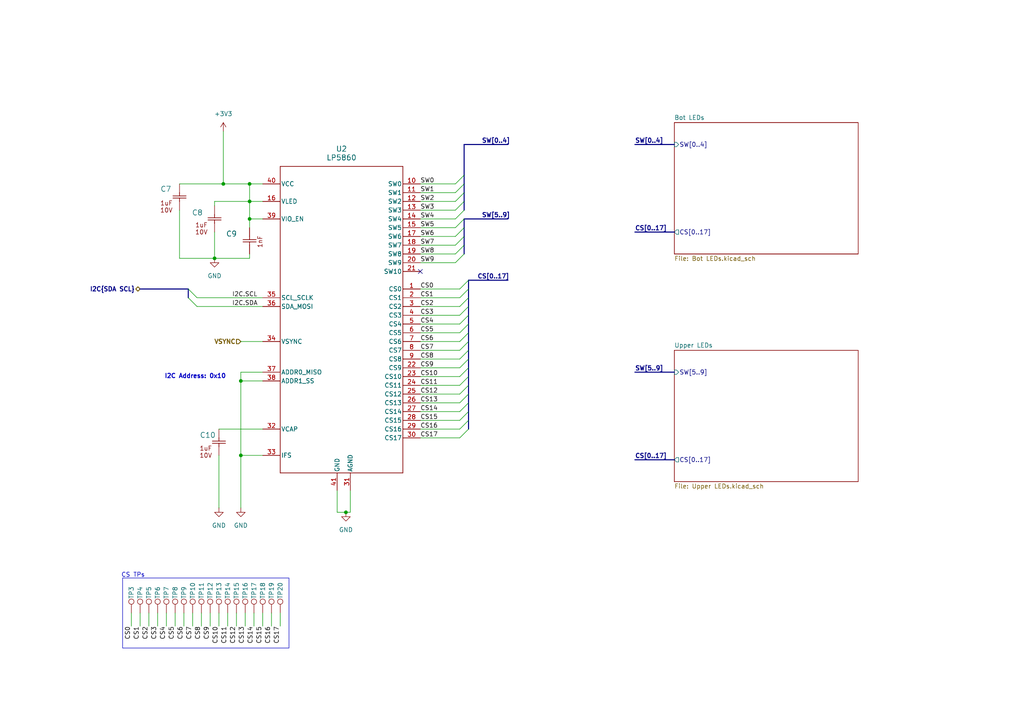
<source format=kicad_sch>
(kicad_sch (version 20250114) (generator "eeschema") (generator_version "9.0")
  (paper "A4")
  (lib_symbols
    (symbol "Connector:TestPoint" (pin_numbers (hide yes)) (pin_names (offset 0.762) (hide yes))
      (property "Reference" "TP" (at 0 6.858 0))
      (property "Value" "TestPoint" (at 0 5.08 0))
      (symbol "TestPoint_0_1"
        (circle (center 0 3.302) (radius 0.762))
      )
      (symbol "TestPoint_1_1"
        (pin passive line (at 0 0 90) (length 2.54) (name "1") (number "1"))
      )
    )
    (symbol "Hourglass_symbol_library:GRM155Z71A105KE01D" (pin_numbers (hide yes)) (pin_names (offset 0.254))
      (property "Reference" "C" (at 0 3.81 0))
      (property "Value" "GRM155Z71A105KE01D" (at 0 -6.35 0))
      (symbol "GRM155Z71A105KE01D_1_1"
        (polyline (pts (xy -1.27 0) (xy -0.3302 0)) (stroke (width 0.2032)))
        (polyline (pts (xy -0.3302 -1.905) (xy -0.3302 1.905)) (stroke (width 0.2032)))
        (polyline (pts (xy 0.3048 0) (xy 1.27 0)) (stroke (width 0.2032)))
        (polyline (pts (xy 0.3048 -1.905) (xy 0.3048 1.905)) (stroke (width 0.2032)))
        (text "1uF\n10V\n" (at 2.794 -3.81 900) (effects (font (size 1.27 1.27))))
        (pin passive line (at -3.81 0 0) (length 2.54) (name "") (number "1"))
        (pin passive line (at 3.81 0 180) (length 2.54) (name "") (number "2"))
      )
      (symbol "GRM155Z71A105KE01D_1_2"
        (polyline (pts (xy -1.905 -3.4798) (xy 1.905 -3.4798)) (stroke (width 0.2032)))
        (polyline (pts (xy -1.905 -4.1148) (xy 1.905 -4.1148)) (stroke (width 0.2032)))
        (polyline (pts (xy 0 -2.54) (xy 0 -3.4798)) (stroke (width 0.2032)))
        (polyline (pts (xy 0 -4.1148) (xy 0 -5.08)) (stroke (width 0.2032)))
        (pin unspecified line (at 0 0 270) (length 2.54) (name "") (number "1"))
        (pin unspecified line (at 0 -7.62 90) (length 2.54) (name "") (number "2"))
      )
    )
    (symbol "Hourglass_symbol_library:LP5860" (pin_names (offset 0.254))
      (property "Reference" "U" (at -16.764 44.704 0))
      (property "Value" "LP5860" (at -8.89 -47.498 0))
      (symbol "LP5860_0_1"
        (polyline (pts (xy -17.78 43.18) (xy -17.78 -45.72)) (stroke (width 0.2032)))
        (polyline (pts (xy -17.78 -45.72) (xy 17.78 -45.72)) (stroke (width 0.2032)))
        (polyline (pts (xy 17.78 43.18) (xy -17.78 43.18)) (stroke (width 0.2032)))
        (polyline (pts (xy 17.78 -45.72) (xy 17.78 43.18)) (stroke (width 0.2032)))
        (pin power_in line (at -22.86 38.1 0) (length 5.08) (name "VCC") (number "40"))
        (pin power_in line (at -22.86 27.94 0) (length 5.08) (name "VIO_EN") (number "39"))
        (pin input line (at -22.86 5.08 0) (length 5.08) (name "SCL_SCLK") (number "35"))
        (pin bidirectional line (at -22.86 2.54 0) (length 5.08) (name "SDA_MOSI") (number "36"))
        (pin input line (at -22.86 -7.62 0) (length 5.08) (name "VSYNC") (number "34"))
        (pin input line (at -22.86 -19.05 0) (length 5.08) (name "ADDR1_SS") (number "38"))
        (pin input line (at -22.86 -40.64 0) (length 5.08) (name "IFS") (number "33"))
        (pin power_in line (at -1.27 -50.8 90) (length 5.08) (name "GND") (number "41"))
        (pin power_in line (at 2.54 -50.8 90) (length 5.08) (name "AGND") (number "31"))
      )
      (symbol "LP5860_1_1"
        (pin power_in line (at -22.86 33.02 0) (length 5.08) (name "VLED") (number "16"))
        (pin input line (at -22.86 -16.51 0) (length 5.08) (name "ADDR0_MISO") (number "37"))
        (pin power_out line (at -22.86 -33.02 0) (length 5.08) (name "VCAP") (number "32"))
        (pin power_out line (at 22.86 38.1 180) (length 5.08) (name "SW0") (number "10"))
        (pin power_out line (at 22.86 35.56 180) (length 5.08) (name "SW1") (number "11"))
        (pin power_out line (at 22.86 33.02 180) (length 5.08) (name "SW2") (number "12"))
        (pin power_out line (at 22.86 30.48 180) (length 5.08) (name "SW3") (number "13"))
        (pin power_out line (at 22.86 27.94 180) (length 5.08) (name "SW4") (number "14"))
        (pin power_out line (at 22.86 25.4 180) (length 5.08) (name "SW5") (number "15"))
        (pin power_out line (at 22.86 22.86 180) (length 5.08) (name "SW6") (number "17"))
        (pin power_out line (at 22.86 20.32 180) (length 5.08) (name "SW7") (number "18"))
        (pin power_out line (at 22.86 17.78 180) (length 5.08) (name "SW8") (number "19"))
        (pin power_out line (at 22.86 15.24 180) (length 5.08) (name "SW9") (number "20"))
        (pin power_out line (at 22.86 12.7 180) (length 5.08) (name "SW10") (number "21"))
        (pin power_out line (at 22.86 7.62 180) (length 5.08) (name "CS0") (number "1"))
        (pin power_out line (at 22.86 5.08 180) (length 5.08) (name "CS1") (number "2"))
        (pin power_out line (at 22.86 2.54 180) (length 5.08) (name "CS2") (number "3"))
        (pin power_out line (at 22.86 0 180) (length 5.08) (name "CS3") (number "4"))
        (pin power_out line (at 22.86 -2.54 180) (length 5.08) (name "CS4") (number "5"))
        (pin power_out line (at 22.86 -5.08 180) (length 5.08) (name "CS5") (number "6"))
        (pin power_out line (at 22.86 -7.62 180) (length 5.08) (name "CS6") (number "7"))
        (pin power_out line (at 22.86 -10.16 180) (length 5.08) (name "CS7") (number "8"))
        (pin power_out line (at 22.86 -12.7 180) (length 5.08) (name "CS8") (number "9"))
        (pin power_out line (at 22.86 -15.24 180) (length 5.08) (name "CS9") (number "22"))
        (pin power_out line (at 22.86 -17.78 180) (length 5.08) (name "CS10") (number "23"))
        (pin power_out line (at 22.86 -20.32 180) (length 5.08) (name "CS11") (number "24"))
        (pin power_out line (at 22.86 -22.86 180) (length 5.08) (name "CS12") (number "25"))
        (pin power_out line (at 22.86 -25.4 180) (length 5.08) (name "CS13") (number "26"))
        (pin power_out line (at 22.86 -27.94 180) (length 5.08) (name "CS14") (number "27"))
        (pin power_out line (at 22.86 -30.48 180) (length 5.08) (name "CS15") (number "28"))
        (pin power_out line (at 22.86 -33.02 180) (length 5.08) (name "CS16") (number "29"))
        (pin power_out line (at 22.86 -35.56 180) (length 5.08) (name "CS17") (number "30"))
      )
    )
    (symbol "Hourglass_symbol_library:SH05B102K251DC" (pin_numbers (hide yes)) (pin_names (offset 0.254))
      (property "Reference" "C" (at 0 5.334 0))
      (property "Value" "SH05B102K251DC" (at 0.254 -3.556 0))
      (symbol "SH05B102K251DC_1_1"
        (polyline (pts (xy -1.27 0) (xy -0.3302 0)) (stroke (width 0.2032)))
        (polyline (pts (xy -0.3302 -1.905) (xy -0.3302 1.905)) (stroke (width 0.2032)))
        (polyline (pts (xy 0.3048 0) (xy 1.27 0)) (stroke (width 0.2032)))
        (polyline (pts (xy 0.3048 -1.905) (xy 0.3048 1.905)) (stroke (width 0.2032)))
        (text "1nF\n" (at 0.254 3.048 0) (effects (font (size 1.27 1.27))))
        (pin passive line (at -3.81 0 0) (length 2.54) (name "") (number "1"))
        (pin passive line (at 3.81 0 180) (length 2.54) (name "") (number "2"))
      )
      (symbol "SH05B102K251DC_1_2"
        (polyline (pts (xy -1.905 -3.4798) (xy 1.905 -3.4798)) (stroke (width 0.2032)))
        (polyline (pts (xy -1.905 -4.1148) (xy 1.905 -4.1148)) (stroke (width 0.2032)))
        (polyline (pts (xy 0 -2.54) (xy 0 -3.4798)) (stroke (width 0.2032)))
        (polyline (pts (xy 0 -4.1148) (xy 0 -5.08)) (stroke (width 0.2032)))
        (pin unspecified line (at 0 0 270) (length 2.54) (name "") (number "1"))
        (pin unspecified line (at 0 -7.62 90) (length 2.54) (name "") (number "2"))
      )
    )
    (symbol "power:+3V3" (power) (pin_numbers (hide yes)) (pin_names (offset 0) (hide yes))
      (property "Value" "+3V3" (at 0 3.556 0))
      (symbol "+3V3_0_1"
        (polyline (pts (xy -0.762 1.27) (xy 0 2.54)))
        (polyline (pts (xy 0 2.54) (xy 0.762 1.27)))
        (polyline (pts (xy 0 0) (xy 0 2.54)))
      )
      (symbol "+3V3_1_1"
        (pin power_in line (at 0 0 90) (length 0) (name "~") (number "1"))
      )
    )
    (symbol "power:GND" (power) (pin_numbers (hide yes)) (pin_names (offset 0) (hide yes))
      (property "Value" "GND" (at 0 -3.81 0))
      (symbol "GND_0_1"
        (polyline (pts (xy 0 0) (xy 0 -1.27) (xy 1.27 -1.27) (xy 0 -2.54) (xy -1.27 -1.27) (xy 0 -1.27)))
      )
      (symbol "GND_1_1"
        (pin power_in line (at 0 0 270) (length 0) (name "~") (number "1"))
      )
    )
  )
  (rectangle (start 35.56 167.64) (end 83.82 187.96))
  (text "CS TPs\n" (exclude_from_sim yes) (at 38.608 166.878 0) (effects (font (size 1.27 1.27))))
  (text "I2C Address: 0x10" (at 56.642 109.22 0) (effects (font (size 1.27 1.27) (thickness 0.254) (bold yes))))
  (junction (at 64.77 53.34))
  (junction (at 72.39 58.42))
  (junction (at 62.23 74.93))
  (junction (at 100.33 148.59))
  (junction (at 72.39 53.34))
  (junction (at 69.85 132.08))
  (junction (at 72.39 63.5))
  (junction (at 69.85 110.49))
  (no_connect (at 121.92 78.74))
  (bus_entry (at 134.62 50.8) (size -2.54 2.54))
  (bus_entry (at 134.62 63.5) (size -2.54 2.54))
  (bus_entry (at 135.89 104.14) (size -2.54 2.54))
  (bus_entry (at 134.62 60.96) (size -2.54 2.54))
  (bus_entry (at 135.89 101.6) (size -2.54 2.54))
  (bus_entry (at 54.61 86.36) (size 2.54 2.54))
  (bus_entry (at 135.89 106.68) (size -2.54 2.54))
  (bus_entry (at 135.89 109.22) (size -2.54 2.54))
  (bus_entry (at 135.89 99.06) (size -2.54 2.54))
  (bus_entry (at 135.89 121.92) (size -2.54 2.54))
  (bus_entry (at 135.89 111.76) (size -2.54 2.54))
  (bus_entry (at 135.89 119.38) (size -2.54 2.54))
  (bus_entry (at 134.62 71.12) (size -2.54 2.54))
  (bus_entry (at 135.89 83.82) (size -2.54 2.54))
  (bus_entry (at 135.89 96.52) (size -2.54 2.54))
  (bus_entry (at 135.89 116.84) (size -2.54 2.54))
  (bus_entry (at 134.62 55.88) (size -2.54 2.54))
  (bus_entry (at 134.62 58.42) (size -2.54 2.54))
  (bus_entry (at 134.62 68.58) (size -2.54 2.54))
  (bus_entry (at 134.62 53.34) (size -2.54 2.54))
  (bus_entry (at 135.89 91.44) (size -2.54 2.54))
  (bus_entry (at 54.61 83.82) (size 2.54 2.54))
  (bus_entry (at 135.89 124.46) (size -2.54 2.54))
  (bus_entry (at 135.89 114.3) (size -2.54 2.54))
  (bus_entry (at 134.62 66.04) (size -2.54 2.54))
  (bus_entry (at 135.89 93.98) (size -2.54 2.54))
  (bus_entry (at 135.89 86.36) (size -2.54 2.54))
  (bus_entry (at 135.89 81.28) (size -2.54 2.54))
  (bus_entry (at 135.89 88.9) (size -2.54 2.54))
  (bus_entry (at 134.62 73.66) (size -2.54 2.54))
  (bus (pts (xy 135.89 83.82) (xy 135.89 86.36)))
  (bus (pts (xy 135.89 91.44) (xy 135.89 93.98)))
  (bus (pts (xy 184.15 41.91) (xy 195.58 41.91)))
  (wire (pts (xy 121.92 124.46) (xy 133.35 124.46)))
  (bus (pts (xy 135.89 86.36) (xy 135.89 88.9)))
  (wire (pts (xy 121.92 88.9) (xy 133.35 88.9)))
  (wire (pts (xy 121.92 63.5) (xy 132.08 63.5)))
  (wire (pts (xy 97.79 148.59) (xy 100.33 148.59)))
  (wire (pts (xy 121.92 99.06) (xy 133.35 99.06)))
  (wire (pts (xy 121.92 109.22) (xy 133.35 109.22)))
  (bus (pts (xy 135.89 114.3) (xy 135.89 116.84)))
  (wire (pts (xy 62.23 58.42) (xy 72.39 58.42)))
  (wire (pts (xy 76.2 110.49) (xy 69.85 110.49)))
  (wire (pts (xy 76.2 107.95) (xy 69.85 107.95)))
  (wire (pts (xy 121.92 119.38) (xy 133.35 119.38)))
  (wire (pts (xy 62.23 67.31) (xy 62.23 74.93)))
  (wire (pts (xy 71.12 177.8) (xy 71.12 181.61)))
  (wire (pts (xy 78.74 177.8) (xy 78.74 181.61)))
  (wire (pts (xy 121.92 96.52) (xy 133.35 96.52)))
  (bus (pts (xy 135.89 101.6) (xy 135.89 104.14)))
  (wire (pts (xy 72.39 58.42) (xy 76.2 58.42)))
  (wire (pts (xy 69.85 99.06) (xy 76.2 99.06)))
  (wire (pts (xy 76.2 177.8) (xy 76.2 181.61)))
  (wire (pts (xy 57.15 86.36) (xy 76.2 86.36)))
  (wire (pts (xy 72.39 73.66) (xy 72.39 74.93)))
  (bus (pts (xy 134.62 41.91) (xy 147.32 41.91)))
  (wire (pts (xy 64.77 53.34) (xy 72.39 53.34)))
  (wire (pts (xy 55.88 177.8) (xy 55.88 181.61)))
  (wire (pts (xy 73.66 177.8) (xy 73.66 181.61)))
  (wire (pts (xy 121.92 121.92) (xy 133.35 121.92)))
  (wire (pts (xy 72.39 63.5) (xy 72.39 58.42)))
  (wire (pts (xy 57.15 88.9) (xy 76.2 88.9)))
  (wire (pts (xy 52.07 60.96) (xy 52.07 74.93)))
  (wire (pts (xy 69.85 110.49) (xy 69.85 132.08)))
  (bus (pts (xy 135.89 109.22) (xy 135.89 111.76)))
  (wire (pts (xy 50.8 177.8) (xy 50.8 181.61)))
  (wire (pts (xy 63.5 177.8) (xy 63.5 181.61)))
  (bus (pts (xy 184.15 133.35) (xy 195.58 133.35)))
  (bus (pts (xy 134.62 50.8) (xy 134.62 41.91)))
  (wire (pts (xy 62.23 58.42) (xy 62.23 59.69)))
  (wire (pts (xy 121.92 127) (xy 133.35 127)))
  (bus (pts (xy 184.15 107.95) (xy 195.58 107.95)))
  (wire (pts (xy 121.92 73.66) (xy 132.08 73.66)))
  (bus (pts (xy 135.89 88.9) (xy 135.89 91.44)))
  (wire (pts (xy 52.07 53.34) (xy 64.77 53.34)))
  (wire (pts (xy 66.04 177.8) (xy 66.04 181.61)))
  (wire (pts (xy 76.2 132.08) (xy 69.85 132.08)))
  (bus (pts (xy 135.89 106.68) (xy 135.89 109.22)))
  (bus (pts (xy 134.62 66.04) (xy 134.62 68.58)))
  (wire (pts (xy 64.77 38.1) (xy 64.77 53.34)))
  (wire (pts (xy 132.08 66.04) (xy 121.92 66.04)))
  (wire (pts (xy 121.92 71.12) (xy 132.08 71.12)))
  (wire (pts (xy 121.92 58.42) (xy 132.08 58.42)))
  (wire (pts (xy 58.42 177.8) (xy 58.42 181.61)))
  (bus (pts (xy 134.62 68.58) (xy 134.62 71.12)))
  (wire (pts (xy 101.6 142.24) (xy 101.6 148.59)))
  (wire (pts (xy 132.08 68.58) (xy 121.92 68.58)))
  (wire (pts (xy 72.39 63.5) (xy 72.39 66.04)))
  (bus (pts (xy 134.62 53.34) (xy 134.62 50.8)))
  (wire (pts (xy 45.72 177.8) (xy 45.72 181.61)))
  (wire (pts (xy 101.6 148.59) (xy 100.33 148.59)))
  (wire (pts (xy 121.92 53.34) (xy 132.08 53.34)))
  (wire (pts (xy 53.34 177.8) (xy 53.34 181.61)))
  (bus (pts (xy 135.89 96.52) (xy 135.89 99.06)))
  (wire (pts (xy 72.39 53.34) (xy 72.39 58.42)))
  (wire (pts (xy 121.92 106.68) (xy 133.35 106.68)))
  (wire (pts (xy 72.39 53.34) (xy 76.2 53.34)))
  (bus (pts (xy 134.62 71.12) (xy 134.62 73.66)))
  (wire (pts (xy 121.92 60.96) (xy 132.08 60.96)))
  (bus (pts (xy 134.62 63.5) (xy 134.62 66.04)))
  (wire (pts (xy 69.85 132.08) (xy 69.85 147.32)))
  (bus (pts (xy 134.62 60.96) (xy 134.62 58.42)))
  (wire (pts (xy 63.5 132.08) (xy 63.5 147.32)))
  (bus (pts (xy 135.89 81.28) (xy 135.89 83.82)))
  (bus (pts (xy 184.15 67.31) (xy 195.58 67.31)))
  (bus (pts (xy 134.62 58.42) (xy 134.62 55.88)))
  (wire (pts (xy 121.92 104.14) (xy 133.35 104.14)))
  (wire (pts (xy 121.92 116.84) (xy 133.35 116.84)))
  (wire (pts (xy 38.1 177.8) (xy 38.1 181.61)))
  (wire (pts (xy 121.92 101.6) (xy 133.35 101.6)))
  (bus (pts (xy 135.89 116.84) (xy 135.89 119.38)))
  (wire (pts (xy 121.92 114.3) (xy 133.35 114.3)))
  (wire (pts (xy 81.28 177.8) (xy 81.28 181.61)))
  (wire (pts (xy 121.92 91.44) (xy 133.35 91.44)))
  (wire (pts (xy 40.64 177.8) (xy 40.64 181.61)))
  (wire (pts (xy 132.08 55.88) (xy 121.92 55.88)))
  (wire (pts (xy 121.92 93.98) (xy 133.35 93.98)))
  (wire (pts (xy 60.96 177.8) (xy 60.96 181.61)))
  (bus (pts (xy 40.64 83.82) (xy 54.61 83.82)))
  (bus (pts (xy 134.62 63.5) (xy 147.32 63.5)))
  (wire (pts (xy 121.92 76.2) (xy 132.08 76.2)))
  (bus (pts (xy 135.89 121.92) (xy 135.89 124.46)))
  (bus (pts (xy 135.89 104.14) (xy 135.89 106.68)))
  (wire (pts (xy 72.39 63.5) (xy 76.2 63.5)))
  (bus (pts (xy 135.89 111.76) (xy 135.89 114.3)))
  (bus (pts (xy 135.89 99.06) (xy 135.89 101.6)))
  (wire (pts (xy 48.26 177.8) (xy 48.26 181.61)))
  (wire (pts (xy 68.58 177.8) (xy 68.58 181.61)))
  (bus (pts (xy 135.89 81.28) (xy 147.32 81.28)))
  (wire (pts (xy 121.92 111.76) (xy 133.35 111.76)))
  (wire (pts (xy 52.07 74.93) (xy 62.23 74.93)))
  (wire (pts (xy 72.39 74.93) (xy 62.23 74.93)))
  (bus (pts (xy 134.62 55.88) (xy 134.62 53.34)))
  (bus (pts (xy 54.61 83.82) (xy 54.61 86.36)))
  (wire (pts (xy 69.85 107.95) (xy 69.85 110.49)))
  (wire (pts (xy 43.18 177.8) (xy 43.18 181.61)))
  (wire (pts (xy 121.92 86.36) (xy 133.35 86.36)))
  (bus (pts (xy 135.89 119.38) (xy 135.89 121.92)))
  (wire (pts (xy 97.79 142.24) (xy 97.79 148.59)))
  (wire (pts (xy 63.5 124.46) (xy 76.2 124.46)))
  (wire (pts (xy 121.92 83.82) (xy 133.35 83.82)))
  (bus (pts (xy 135.89 93.98) (xy 135.89 96.52)))
  (label "CS14" (at 73.66 181.61 270))
  (label "CS4" (at 48.26 181.61 270))
  (label "CS10" (at 63.5 181.61 270))
  (label "CS16" (at 121.92 124.46 0))
  (label "CS6" (at 121.92 99.06 0))
  (label "CS[0..17]" (at 184.15 133.35 0) (effects (font (thickness 0.254) (bold yes))))
  (label "SW[0..4]" (at 184.15 41.91 0) (effects (font (thickness 0.254) (bold yes))))
  (label "CS2" (at 43.18 181.61 270))
  (label "SW2" (at 121.92 58.42 0))
  (label "SW4" (at 121.92 63.5 0))
  (label "CS9" (at 60.96 181.61 270))
  (label "SW[5..9]" (at 139.7 63.5 0) (effects (font (thickness 0.254) (bold yes))))
  (label "SW3" (at 121.92 60.96 0))
  (label "CS5" (at 121.92 96.52 0))
  (label "SW5" (at 121.92 66.04 0))
  (label "CS10" (at 121.92 109.22 0))
  (label "CS11" (at 121.92 111.76 0))
  (label "CS16" (at 78.74 181.61 270))
  (label "SW9" (at 121.92 76.2 0))
  (label "CS0" (at 121.92 83.82 0))
  (label "SW8" (at 121.92 73.66 0))
  (label "I2C.SDA" (at 67.31 88.9 0))
  (label "CS11" (at 66.04 181.61 270))
  (label "CS9" (at 121.92 106.68 0))
  (label "SW6" (at 121.92 68.58 0))
  (label "CS17" (at 121.92 127 0))
  (label "CS15" (at 121.92 121.92 0))
  (label "SW0" (at 121.92 53.34 0))
  (label "CS[0..17]" (at 138.43 81.28 0) (effects (font (thickness 0.254) (bold yes))))
  (label "CS13" (at 71.12 181.61 270))
  (label "CS2" (at 121.92 88.9 0))
  (label "CS12" (at 68.58 181.61 270))
  (label "CS3" (at 45.72 181.61 270))
  (label "SW[0..4]" (at 139.7 41.91 0) (effects (font (thickness 0.254) (bold yes))))
  (label "CS8" (at 121.92 104.14 0))
  (label "SW[5..9]" (at 184.15 107.95 0) (effects (font (thickness 0.254) (bold yes))))
  (label "CS3" (at 121.92 91.44 0))
  (label "CS5" (at 50.8 181.61 270))
  (label "CS4" (at 121.92 93.98 0))
  (label "CS7" (at 121.92 101.6 0))
  (label "CS15" (at 76.2 181.61 270))
  (label "CS[0..17]" (at 184.15 67.31 0) (effects (font (thickness 0.254) (bold yes))))
  (label "CS13" (at 121.92 116.84 0))
  (label "CS8" (at 58.42 181.61 270))
  (label "SW1" (at 121.92 55.88 0))
  (label "CS1" (at 40.64 181.61 270))
  (label "SW7" (at 121.92 71.12 0))
  (label "I2C.SCL" (at 67.31 86.36 0))
  (label "CS14" (at 121.92 119.38 0))
  (label "CS0" (at 38.1 181.61 270))
  (label "CS6" (at 53.34 181.61 270))
  (label "CS17" (at 81.28 181.61 270))
  (label "CS12" (at 121.92 114.3 0))
  (label "CS7" (at 55.88 181.61 270))
  (label "CS1" (at 121.92 86.36 0))
  (hierarchical_label "VSYNC" (shape input) (at 69.85 99.06 180) (effects (font (thickness 0.254) (bold yes))))
  (hierarchical_label "I2C{SDA SCL}" (shape bidirectional) (at 40.64 83.82 180) (effects (font (thickness 0.254) (bold yes))))
  (symbol (lib_id "Hourglass_symbol_library:SH05B102K251DC") (at 72.39 69.85 270) (unit 1)
    (property "Reference" "C9" (at 65.532 67.8179 90) (effects (font (size 1.524 1.524)) (justify left)))
    (property "Value" "SH05B102K251DC" (effects (hide yes)))
    (property "Footprint" "Hourglass_footprint_library:CAP_CL21_SAM" (effects (hide yes)))
    (property "Datasheet" "https://mm.digikey.com/Volume0/opasdata/d220001/medias/docus/6474/3372_SH05B102K251DC.pdf" (effects (hide yes)))
    (property "Description" "Cap. SMD,0805,X7R,1nF,10%,250V" (effects (hide yes)))
  )
  (symbol (lib_id "Connector:TestPoint") (at 76.2 177.8 0) (unit 1)
    (property "Reference" "TP18" (at 76.2 173.7359 90) (effects (justify left)))
    (property "Value" "TestPoint" (effects (hide yes)))
    (property "Footprint" "TestPoint:TestPoint_Pad_D1.0mm" (effects (hide yes)))
    (property "Description" "test point" (effects (hide yes)))
  )
  (symbol (lib_id "Connector:TestPoint") (at 48.26 177.8 0) (unit 1)
    (property "Reference" "TP7" (at 48.26 173.7359 90) (effects (justify left)))
    (property "Value" "TestPoint" (effects (hide yes)))
    (property "Footprint" "TestPoint:TestPoint_Pad_D1.0mm" (effects (hide yes)))
    (property "Description" "test point" (effects (hide yes)))
  )
  (symbol (lib_id "power:GND") (at 100.33 148.59 0) (unit 1)
    (property "Reference" "#PWR15" (effects (hide yes)))
    (property "Value" "GND" (at 100.33 153.67 0))
    (property "Description" "Power symbol creates a global label with name \"GND\" , ground" (effects (hide yes)))
  )
  (symbol (lib_id "Connector:TestPoint") (at 45.72 177.8 0) (unit 1)
    (property "Reference" "TP6" (at 45.72 173.7359 90) (effects (justify left)))
    (property "Value" "TestPoint" (effects (hide yes)))
    (property "Footprint" "TestPoint:TestPoint_Pad_D1.0mm" (effects (hide yes)))
    (property "Description" "test point" (effects (hide yes)))
  )
  (symbol (lib_id "Connector:TestPoint") (at 55.88 177.8 0) (unit 1)
    (property "Reference" "TP10" (at 55.88 173.7359 90) (effects (justify left)))
    (property "Value" "TestPoint" (effects (hide yes)))
    (property "Footprint" "TestPoint:TestPoint_Pad_D1.0mm" (effects (hide yes)))
    (property "Description" "test point" (effects (hide yes)))
  )
  (symbol (lib_id "Connector:TestPoint") (at 58.42 177.8 0) (unit 1)
    (property "Reference" "TP11" (at 58.42 173.7359 90) (effects (justify left)))
    (property "Value" "TestPoint" (effects (hide yes)))
    (property "Footprint" "TestPoint:TestPoint_Pad_D1.0mm" (effects (hide yes)))
    (property "Description" "test point" (effects (hide yes)))
  )
  (symbol (lib_id "Hourglass_symbol_library:LP5860") (at 99.06 91.44 0) (unit 1)
    (property "Reference" "U2" (at 99.06 43.18 0) (effects (font (size 1.524 1.524))))
    (property "Value" "LP5860" (at 99.06 45.72 0) (effects (font (size 1.524 1.524))))
    (property "Footprint" "Hourglass_footprint_library:LP5860" (effects (hide yes)))
    (property "Datasheet" "https://www.ti.com/product/LP5860" (effects (hide yes)))
    (property "Description" "LP5860 11 × 18 LED Matrix Driver With 8-bit Analog and 8-/16-Bit PWM Dimming" (effects (hide yes)))
  )
  (symbol (lib_id "power:GND") (at 63.5 147.32 0) (unit 1)
    (property "Reference" "#PWR13" (effects (hide yes)))
    (property "Value" "GND" (at 63.5 152.4 0))
    (property "Description" "Power symbol creates a global label with name \"GND\" , ground" (effects (hide yes)))
  )
  (symbol (lib_id "Connector:TestPoint") (at 73.66 177.8 0) (unit 1)
    (property "Reference" "TP17" (at 73.66 173.7359 90) (effects (justify left)))
    (property "Value" "TestPoint" (effects (hide yes)))
    (property "Footprint" "TestPoint:TestPoint_Pad_D1.0mm" (effects (hide yes)))
    (property "Description" "test point" (effects (hide yes)))
  )
  (symbol (lib_id "Connector:TestPoint") (at 81.28 177.8 0) (unit 1)
    (property "Reference" "TP20" (at 81.28 173.7359 90) (effects (justify left)))
    (property "Value" "TestPoint" (effects (hide yes)))
    (property "Footprint" "TestPoint:TestPoint_Pad_D1.0mm" (effects (hide yes)))
    (property "Description" "test point" (effects (hide yes)))
  )
  (symbol (lib_id "Connector:TestPoint") (at 68.58 177.8 0) (unit 1)
    (property "Reference" "TP15" (at 68.58 173.7359 90) (effects (justify left)))
    (property "Value" "TestPoint" (effects (hide yes)))
    (property "Footprint" "TestPoint:TestPoint_Pad_D1.0mm" (effects (hide yes)))
    (property "Description" "test point" (effects (hide yes)))
  )
  (symbol (lib_id "Hourglass_symbol_library:GRM155Z71A105KE01D") (at 62.23 63.5 270) (unit 1)
    (property "Reference" "C8" (at 55.626 61.6771 90) (effects (font (size 1.524 1.524)) (justify left)))
    (property "Value" "GRM155Z71A105KE01D" (effects (hide yes)))
    (property "Footprint" "Hourglass_footprint_library:CAP_GRM155Z_MUR" (effects (hide yes)))
    (property "Datasheet" "https://search.murata.co.jp/Ceramy/image/img/A01X/G101/ENG/GRM155Z71A105KE01-01.pdf" (effects (hide yes)))
    (property "Description" "CAP CER 1UF 10V X7R 0402" (effects (hide yes)))
  )
  (symbol (lib_id "power:+3V3") (at 64.77 38.1 0) (unit 1)
    (property "Reference" "#PWR11" (effects (hide yes)))
    (property "Value" "+3V3" (at 64.77 33.02 0))
    (property "Description" "Power symbol creates a global label with name \"+3V3\"" (effects (hide yes)))
  )
  (symbol (lib_id "Hourglass_symbol_library:GRM155Z71A105KE01D") (at 63.5 128.27 270) (unit 1)
    (property "Reference" "C10" (at 57.912 126.1931 90) (effects (font (size 1.524 1.524)) (justify left)))
    (property "Value" "GRM155Z71A105KE01D" (effects (hide yes)))
    (property "Footprint" "Hourglass_footprint_library:CAP_GRM155Z_MUR" (effects (hide yes)))
    (property "Datasheet" "https://search.murata.co.jp/Ceramy/image/img/A01X/G101/ENG/GRM155Z71A105KE01-01.pdf" (effects (hide yes)))
    (property "Description" "CAP CER 1UF 10V X7R 0402" (effects (hide yes)))
  )
  (symbol (lib_id "power:GND") (at 62.23 74.93 0) (unit 1)
    (property "Reference" "#PWR12" (effects (hide yes)))
    (property "Value" "GND" (at 62.23 80.01 0))
    (property "Description" "Power symbol creates a global label with name \"GND\" , ground" (effects (hide yes)))
  )
  (symbol (lib_id "Connector:TestPoint") (at 38.1 177.8 0) (unit 1)
    (property "Reference" "TP3" (at 38.1 173.7359 90) (effects (justify left)))
    (property "Value" "TestPoint" (effects (hide yes)))
    (property "Footprint" "TestPoint:TestPoint_Pad_D1.0mm" (effects (hide yes)))
    (property "Description" "test point" (effects (hide yes)))
  )
  (symbol (lib_id "Connector:TestPoint") (at 71.12 177.8 0) (unit 1)
    (property "Reference" "TP16" (at 71.12 173.7359 90) (effects (justify left)))
    (property "Value" "TestPoint" (effects (hide yes)))
    (property "Footprint" "TestPoint:TestPoint_Pad_D1.0mm" (effects (hide yes)))
    (property "Description" "test point" (effects (hide yes)))
  )
  (symbol (lib_id "Connector:TestPoint") (at 50.8 177.8 0) (unit 1)
    (property "Reference" "TP8" (at 50.8 173.7359 90) (effects (justify left)))
    (property "Value" "TestPoint" (effects (hide yes)))
    (property "Footprint" "TestPoint:TestPoint_Pad_D1.0mm" (effects (hide yes)))
    (property "Description" "test point" (effects (hide yes)))
  )
  (symbol (lib_id "Connector:TestPoint") (at 78.74 177.8 0) (unit 1)
    (property "Reference" "TP19" (at 78.74 173.7359 90) (effects (justify left)))
    (property "Value" "TestPoint" (effects (hide yes)))
    (property "Footprint" "TestPoint:TestPoint_Pad_D1.0mm" (effects (hide yes)))
    (property "Description" "test point" (effects (hide yes)))
  )
  (symbol (lib_id "Connector:TestPoint") (at 63.5 177.8 0) (unit 1)
    (property "Reference" "TP13" (at 63.5 173.7359 90) (effects (justify left)))
    (property "Value" "TestPoint" (effects (hide yes)))
    (property "Footprint" "TestPoint:TestPoint_Pad_D1.0mm" (effects (hide yes)))
    (property "Description" "test point" (effects (hide yes)))
  )
  (symbol (lib_id "Connector:TestPoint") (at 43.18 177.8 0) (unit 1)
    (property "Reference" "TP5" (at 43.18 173.7359 90) (effects (justify left)))
    (property "Value" "TestPoint" (effects (hide yes)))
    (property "Footprint" "TestPoint:TestPoint_Pad_D1.0mm" (effects (hide yes)))
    (property "Description" "test point" (effects (hide yes)))
  )
  (symbol (lib_id "Connector:TestPoint") (at 40.64 177.8 0) (unit 1)
    (property "Reference" "TP4" (at 40.64 173.7359 90) (effects (justify left)))
    (property "Value" "TestPoint" (effects (hide yes)))
    (property "Footprint" "TestPoint:TestPoint_Pad_D1.0mm" (effects (hide yes)))
    (property "Description" "test point" (effects (hide yes)))
  )
  (symbol (lib_id "power:GND") (at 69.85 147.32 0) (unit 1)
    (property "Reference" "#PWR14" (effects (hide yes)))
    (property "Value" "GND" (at 69.85 152.4 0))
    (property "Description" "Power symbol creates a global label with name \"GND\" , ground" (effects (hide yes)))
  )
  (symbol (lib_id "Hourglass_symbol_library:GRM155Z71A105KE01D") (at 52.07 57.15 270) (unit 1)
    (property "Reference" "C7" (at 46.482 54.8191 90) (effects (font (size 1.524 1.524)) (justify left)))
    (property "Value" "GRM155Z71A105KE01D" (effects (hide yes)))
    (property "Footprint" "Hourglass_footprint_library:CAP_GRM155Z_MUR" (effects (hide yes)))
    (property "Datasheet" "https://search.murata.co.jp/Ceramy/image/img/A01X/G101/ENG/GRM155Z71A105KE01-01.pdf" (effects (hide yes)))
    (property "Description" "CAP CER 1UF 10V X7R 0402" (effects (hide yes)))
  )
  (symbol (lib_id "Connector:TestPoint") (at 53.34 177.8 0) (unit 1)
    (property "Reference" "TP9" (at 53.34 173.7359 90) (effects (justify left)))
    (property "Value" "TestPoint" (effects (hide yes)))
    (property "Footprint" "TestPoint:TestPoint_Pad_D1.0mm" (effects (hide yes)))
    (property "Description" "test point" (effects (hide yes)))
  )
  (symbol (lib_id "Connector:TestPoint") (at 60.96 177.8 0) (unit 1)
    (property "Reference" "TP12" (at 60.96 173.7359 90) (effects (justify left)))
    (property "Value" "TestPoint" (effects (hide yes)))
    (property "Footprint" "TestPoint:TestPoint_Pad_D1.0mm" (effects (hide yes)))
    (property "Description" "test point" (effects (hide yes)))
  )
  (symbol (lib_id "Connector:TestPoint") (at 66.04 177.8 0) (unit 1)
    (property "Reference" "TP14" (at 66.04 173.7359 90) (effects (justify left)))
    (property "Value" "TestPoint" (effects (hide yes)))
    (property "Footprint" "TestPoint:TestPoint_Pad_D1.0mm" (effects (hide yes)))
    (property "Description" "test point" (effects (hide yes)))
  )
  (sheet (at 195.58 35.56) (size 53.34 38.1) (stroke (width 0.1524))
    (property "Sheetname" "Bot LEDs" (at 195.58 34.8484 0) (effects (justify left bottom)))
    (property "Sheetfile" "Bot LEDs.kicad_sch" (at 195.58 74.2446 0) (effects (justify left top)))
    (pin "CS[0..17]" output (at 195.58 67.31 180))
    (pin "SW[0..4]" input (at 195.58 41.91 180))
  )
  (sheet (at 195.58 101.6) (size 53.34 38.1) (stroke (width 0.1524))
    (property "Sheetname" "Upper LEDs" (at 195.58 100.8884 0) (effects (justify left bottom)))
    (property "Sheetfile" "Upper LEDs.kicad_sch" (at 195.58 140.2846 0) (effects (justify left top)))
    (pin "CS[0..17]" output (at 195.58 133.35 180))
    (pin "SW[5..9]" input (at 195.58 107.95 180))
  )
)
</source>
